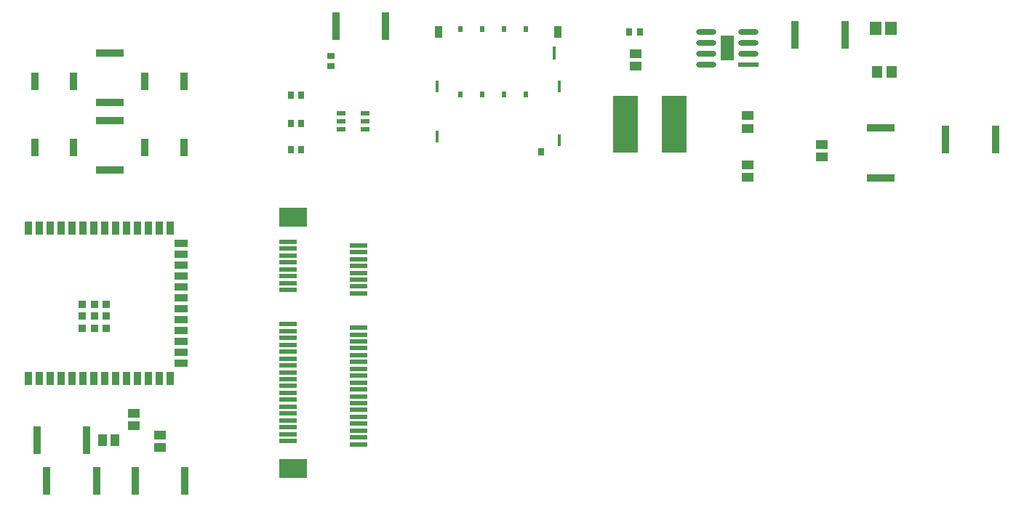
<source format=gtp>
G04*
G04 #@! TF.GenerationSoftware,Altium Limited,Altium Designer,24.8.2 (39)*
G04*
G04 Layer_Color=8421504*
%FSLAX44Y44*%
%MOMM*%
G71*
G04*
G04 #@! TF.SameCoordinates,F9089647-E578-4EC2-B09E-D5C07AF86723*
G04*
G04*
G04 #@! TF.FilePolarity,Positive*
G04*
G01*
G75*
%ADD18R,1.3355X2.1355*%
%ADD19R,0.9581X3.3062*%
%ADD20R,1.3562X1.0546*%
%ADD21R,1.0546X1.3562*%
%ADD22R,3.3062X0.9581*%
%ADD23R,0.8636X2.0066*%
%ADD24R,0.8890X0.8890*%
%ADD25R,0.8890X1.4986*%
%ADD26R,1.4986X0.8890*%
G04:AMPARAMS|DCode=27|XSize=2.3531mm|YSize=0.6221mm|CornerRadius=0.3111mm|HoleSize=0mm|Usage=FLASHONLY|Rotation=180.000|XOffset=0mm|YOffset=0mm|HoleType=Round|Shape=RoundedRectangle|*
%AMROUNDEDRECTD27*
21,1,2.3531,0.0000,0,0,180.0*
21,1,1.7310,0.6221,0,0,180.0*
1,1,0.6221,-0.8655,0.0000*
1,1,0.6221,0.8655,0.0000*
1,1,0.6221,0.8655,0.0000*
1,1,0.6221,-0.8655,0.0000*
%
%ADD27ROUNDEDRECTD27*%
%ADD28R,2.8500X6.6000*%
%ADD29R,3.2000X2.3000*%
%ADD30R,2.0000X0.6000*%
%ADD31R,0.7581X0.8121*%
%ADD32R,1.4546X1.5562*%
%ADD33R,1.2546X1.4562*%
%ADD34R,0.6000X0.8000*%
%ADD35R,0.8000X0.8500*%
%ADD36R,0.4200X1.4000*%
%ADD37R,0.8700X1.4000*%
%ADD38R,0.4000X1.5000*%
%ADD39R,0.7500X0.9000*%
%ADD40R,0.9000X0.7500*%
%ADD41R,0.9779X0.6096*%
%ADD42R,2.3531X0.6221*%
%ADD43R,1.6038X2.8550*%
D18*
X826770Y534670D02*
D03*
D19*
X23050Y77470D02*
D03*
X81090D02*
D03*
X34480Y30480D02*
D03*
X92520D02*
D03*
X137350D02*
D03*
X195390D02*
D03*
X371030Y560070D02*
D03*
X429070D02*
D03*
X1080960Y427990D02*
D03*
X1139000D02*
D03*
X905700Y549910D02*
D03*
X963740D02*
D03*
D20*
X135890Y108858D02*
D03*
Y94342D02*
D03*
X166370Y83458D02*
D03*
Y68942D02*
D03*
X720090Y513442D02*
D03*
Y527958D02*
D03*
X937260Y422548D02*
D03*
Y408032D02*
D03*
X850900Y455808D02*
D03*
Y441292D02*
D03*
Y398418D02*
D03*
Y383902D02*
D03*
D21*
X99422Y77470D02*
D03*
X113938D02*
D03*
D22*
X107950Y450660D02*
D03*
Y392620D02*
D03*
Y529400D02*
D03*
Y471360D02*
D03*
X1005840Y441770D02*
D03*
Y383730D02*
D03*
D23*
X148950Y418719D02*
D03*
X193950D02*
D03*
Y495681D02*
D03*
X148950D02*
D03*
X65680Y418719D02*
D03*
X20680D02*
D03*
Y495681D02*
D03*
X65680D02*
D03*
D24*
X104170Y222220D02*
D03*
Y236220D02*
D03*
Y208220D02*
D03*
X90170Y236220D02*
D03*
X76170D02*
D03*
X90170Y208220D02*
D03*
X76170Y222220D02*
D03*
X90170D02*
D03*
X76170Y208220D02*
D03*
D25*
X12970Y324720D02*
D03*
Y149720D02*
D03*
X25670D02*
D03*
Y324720D02*
D03*
X38370D02*
D03*
X51070D02*
D03*
X63770D02*
D03*
X76470D02*
D03*
X89170D02*
D03*
X101870D02*
D03*
X114570D02*
D03*
X127270D02*
D03*
X139970D02*
D03*
X152670D02*
D03*
X165370D02*
D03*
X178070D02*
D03*
Y149720D02*
D03*
X165370D02*
D03*
X152670D02*
D03*
X139970D02*
D03*
X127270D02*
D03*
X114570D02*
D03*
X101870D02*
D03*
X89170D02*
D03*
X76470D02*
D03*
X63770D02*
D03*
X51070D02*
D03*
X38370D02*
D03*
D26*
X190570Y307070D02*
D03*
Y294370D02*
D03*
Y281670D02*
D03*
Y268970D02*
D03*
Y256270D02*
D03*
Y243570D02*
D03*
Y230870D02*
D03*
Y218170D02*
D03*
Y205470D02*
D03*
Y192770D02*
D03*
Y180070D02*
D03*
Y167370D02*
D03*
D27*
X802004Y528320D02*
D03*
Y515620D02*
D03*
X851535Y528320D02*
D03*
Y541020D02*
D03*
Y553720D02*
D03*
X802004D02*
D03*
Y541020D02*
D03*
D28*
X708350Y445770D02*
D03*
X764850D02*
D03*
D29*
X321510Y44420D02*
D03*
Y337420D02*
D03*
D30*
X397510Y248920D02*
D03*
Y256920D02*
D03*
Y264920D02*
D03*
Y272920D02*
D03*
Y280920D02*
D03*
Y288920D02*
D03*
Y200920D02*
D03*
Y192920D02*
D03*
Y184920D02*
D03*
Y168920D02*
D03*
Y160920D02*
D03*
Y152920D02*
D03*
Y136920D02*
D03*
Y128920D02*
D03*
Y112920D02*
D03*
Y104920D02*
D03*
Y96920D02*
D03*
Y88920D02*
D03*
X315510Y76920D02*
D03*
Y84920D02*
D03*
Y92920D02*
D03*
Y100920D02*
D03*
Y148920D02*
D03*
Y156920D02*
D03*
Y180920D02*
D03*
Y188920D02*
D03*
Y204920D02*
D03*
Y308920D02*
D03*
Y300920D02*
D03*
Y292920D02*
D03*
Y284920D02*
D03*
Y268920D02*
D03*
Y260920D02*
D03*
Y212920D02*
D03*
Y124920D02*
D03*
Y116920D02*
D03*
X397510Y72920D02*
D03*
Y304920D02*
D03*
X315510Y132920D02*
D03*
Y108920D02*
D03*
Y164920D02*
D03*
Y172920D02*
D03*
Y140920D02*
D03*
Y196920D02*
D03*
Y252920D02*
D03*
Y276920D02*
D03*
X397510Y80920D02*
D03*
Y120920D02*
D03*
Y296920D02*
D03*
Y176920D02*
D03*
Y144920D02*
D03*
Y208920D02*
D03*
D31*
X712550Y553720D02*
D03*
X725090D02*
D03*
D32*
X999122Y557530D02*
D03*
X1017638D02*
D03*
D33*
X1001392Y506730D02*
D03*
X1017908D02*
D03*
D34*
X592470Y480640D02*
D03*
X567070D02*
D03*
X541670D02*
D03*
X516270D02*
D03*
X592470Y556840D02*
D03*
X567070D02*
D03*
X541670D02*
D03*
X516270D02*
D03*
D35*
X609870Y413640D02*
D03*
D36*
X631270Y427440D02*
D03*
Y490040D02*
D03*
X488970D02*
D03*
Y431440D02*
D03*
D37*
X490570Y553540D02*
D03*
X629570D02*
D03*
D38*
X625470Y528840D02*
D03*
D39*
X330470Y447200D02*
D03*
X318470D02*
D03*
Y416560D02*
D03*
X330470D02*
D03*
X318470Y480060D02*
D03*
X330470D02*
D03*
D40*
X365760Y513430D02*
D03*
Y525430D02*
D03*
D41*
X377508Y449580D02*
D03*
X404813Y459080D02*
D03*
Y449580D02*
D03*
Y440080D02*
D03*
X377508D02*
D03*
Y459080D02*
D03*
D42*
X851535Y515620D02*
D03*
D43*
X826770Y534670D02*
D03*
M02*

</source>
